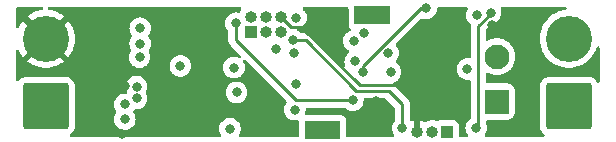
<source format=gbr>
G04 #@! TF.GenerationSoftware,KiCad,Pcbnew,(6.0.0)*
G04 #@! TF.CreationDate,2022-01-12T16:05:06+03:00*
G04 #@! TF.ProjectId,svet,73766574-2e6b-4696-9361-645f70636258,rev?*
G04 #@! TF.SameCoordinates,Original*
G04 #@! TF.FileFunction,Copper,L3,Inr*
G04 #@! TF.FilePolarity,Positive*
%FSLAX46Y46*%
G04 Gerber Fmt 4.6, Leading zero omitted, Abs format (unit mm)*
G04 Created by KiCad (PCBNEW (6.0.0)) date 2022-01-12 16:05:06*
%MOMM*%
%LPD*%
G01*
G04 APERTURE LIST*
G04 Aperture macros list*
%AMRoundRect*
0 Rectangle with rounded corners*
0 $1 Rounding radius*
0 $2 $3 $4 $5 $6 $7 $8 $9 X,Y pos of 4 corners*
0 Add a 4 corners polygon primitive as box body*
4,1,4,$2,$3,$4,$5,$6,$7,$8,$9,$2,$3,0*
0 Add four circle primitives for the rounded corners*
1,1,$1+$1,$2,$3*
1,1,$1+$1,$4,$5*
1,1,$1+$1,$6,$7*
1,1,$1+$1,$8,$9*
0 Add four rect primitives between the rounded corners*
20,1,$1+$1,$2,$3,$4,$5,0*
20,1,$1+$1,$4,$5,$6,$7,0*
20,1,$1+$1,$6,$7,$8,$9,0*
20,1,$1+$1,$8,$9,$2,$3,0*%
G04 Aperture macros list end*
G04 #@! TA.AperFunction,ComponentPad*
%ADD10R,1.500000X1.500000*%
G04 #@! TD*
G04 #@! TA.AperFunction,ComponentPad*
%ADD11RoundRect,0.250002X1.699998X-1.699998X1.699998X1.699998X-1.699998X1.699998X-1.699998X-1.699998X0*%
G04 #@! TD*
G04 #@! TA.AperFunction,ComponentPad*
%ADD12C,3.900000*%
G04 #@! TD*
G04 #@! TA.AperFunction,ComponentPad*
%ADD13R,1.000000X1.000000*%
G04 #@! TD*
G04 #@! TA.AperFunction,ComponentPad*
%ADD14O,1.000000X1.000000*%
G04 #@! TD*
G04 #@! TA.AperFunction,ComponentPad*
%ADD15RoundRect,0.250001X0.799999X-0.799999X0.799999X0.799999X-0.799999X0.799999X-0.799999X-0.799999X0*%
G04 #@! TD*
G04 #@! TA.AperFunction,ComponentPad*
%ADD16C,2.100000*%
G04 #@! TD*
G04 #@! TA.AperFunction,ViaPad*
%ADD17C,0.800000*%
G04 #@! TD*
G04 #@! TA.AperFunction,Conductor*
%ADD18C,0.250000*%
G04 #@! TD*
G04 APERTURE END LIST*
D10*
G04 #@! TO.N,/SENS-2*
G04 #@! TO.C,J4*
X113700000Y-54199200D03*
X115200000Y-54199200D03*
G04 #@! TD*
G04 #@! TO.N,/SENS-1*
G04 #@! TO.C,J3*
X109500000Y-63900000D03*
X111000000Y-63900000D03*
G04 #@! TD*
D11*
G04 #@! TO.N,/5V-OUT*
G04 #@! TO.C,J1*
X131100000Y-61915000D03*
D12*
G04 #@! TO.N,/0V-OUT*
X131100000Y-56200000D03*
G04 #@! TD*
D13*
G04 #@! TO.N,/SDA*
G04 #@! TO.C,J5*
X120770000Y-64100000D03*
D14*
G04 #@! TO.N,/SCL*
X119500000Y-64100000D03*
G04 #@! TO.N,0*
X118230000Y-64100000D03*
G04 #@! TD*
D11*
G04 #@! TO.N,/5V-IN*
G04 #@! TO.C,J7*
X86800000Y-61915000D03*
D12*
G04 #@! TO.N,0*
X86800000Y-56200000D03*
G04 #@! TD*
D15*
G04 #@! TO.N,/DIN*
G04 #@! TO.C,J6*
X125000000Y-61510000D03*
D16*
X125000000Y-57700000D03*
G04 #@! TD*
D13*
G04 #@! TO.N,/MISO*
G04 #@! TO.C,J2*
X104160000Y-55600000D03*
D14*
G04 #@! TO.N,+5V*
X104160000Y-54330000D03*
G04 #@! TO.N,/SCK*
X105430000Y-55600000D03*
G04 #@! TO.N,/MOSI*
X105430000Y-54330000D03*
G04 #@! TO.N,/RESET*
X106700000Y-55600000D03*
G04 #@! TO.N,0*
X106700000Y-54330000D03*
G04 #@! TD*
D17*
G04 #@! TO.N,+5V*
X102400000Y-63800000D03*
X113750000Y-55750000D03*
X113012299Y-58112299D03*
G04 #@! TO.N,0*
X124600000Y-55000000D03*
X93500000Y-60200000D03*
X114750000Y-61500000D03*
X93250000Y-64250000D03*
G04 #@! TO.N,Net-(D2-Pad1)*
X108000000Y-60000000D03*
G04 #@! TO.N,Net-(C4-Pad1)*
X107900000Y-62200000D03*
G04 #@! TO.N,/RESET*
X102741907Y-58635072D03*
G04 #@! TO.N,/DIN*
X106300000Y-57100000D03*
G04 #@! TO.N,/MOSI*
X102900000Y-54875500D03*
X112800000Y-61400000D03*
G04 #@! TO.N,/MISO*
X94800000Y-55300000D03*
G04 #@! TO.N,Net-(U1-Pad13)*
X93500000Y-63000000D03*
G04 #@! TO.N,/\u0418\u0417\u041C*
X123250000Y-63750000D03*
X94750000Y-57750000D03*
X124467902Y-54009265D03*
G04 #@! TO.N,Net-(C7-Pad1)*
X107700000Y-56300000D03*
X117000000Y-63750000D03*
G04 #@! TO.N,Net-(C7-Pad2)*
X112887701Y-56375500D03*
G04 #@! TO.N,Net-(R1-Pad2)*
X115800000Y-57400000D03*
G04 #@! TO.N,/SCL*
X98200000Y-58500000D03*
G04 #@! TO.N,/SCK*
X94800000Y-56608712D03*
G04 #@! TO.N,Net-(R10-Pad2)*
X113700000Y-59024500D03*
X119000000Y-53619886D03*
G04 #@! TO.N,Net-(C5-Pad1)*
X102962299Y-60737701D03*
G04 #@! TO.N,Net-(D3-Pad1)*
X93500000Y-61750000D03*
G04 #@! TO.N,/\u0418\u041C\u041F*
X116000000Y-59000000D03*
X107800000Y-57400000D03*
G04 #@! TO.N,Net-(R3-Pad1)*
X94500000Y-60250000D03*
X108000000Y-54400000D03*
G04 #@! TO.N,Net-(R3-Pad2)*
X94500000Y-61250000D03*
G04 #@! TO.N,/SENS-2*
X122500000Y-58750000D03*
X123300000Y-54200000D03*
G04 #@! TD*
D18*
G04 #@! TO.N,0*
X108450000Y-55200000D02*
X113400480Y-60150480D01*
X106700000Y-54330000D02*
X107570000Y-55200000D01*
X107570000Y-55200000D02*
X108450000Y-55200000D01*
X118230000Y-61230000D02*
X118230000Y-64100000D01*
X117150480Y-60150480D02*
X118230000Y-61230000D01*
X113400480Y-60150480D02*
X117150480Y-60150480D01*
G04 #@! TO.N,/MOSI*
X112800000Y-61400000D02*
X108000000Y-61400000D01*
X102900000Y-56300000D02*
X102900000Y-54875500D01*
X108000000Y-61400000D02*
X102900000Y-56300000D01*
G04 #@! TO.N,/\u0418\u0417\u041C*
X123424511Y-63575489D02*
X123424511Y-55150875D01*
X123424511Y-55150875D02*
X124467902Y-54107484D01*
X123250000Y-63750000D02*
X123424511Y-63575489D01*
X124467902Y-54107484D02*
X124467902Y-54009265D01*
G04 #@! TO.N,Net-(C7-Pad1)*
X115850000Y-60600000D02*
X117000000Y-61750000D01*
X117000000Y-61750000D02*
X117000000Y-63750000D01*
X113100000Y-60600000D02*
X115850000Y-60600000D01*
X107700000Y-56300000D02*
X108800000Y-56300000D01*
X108800000Y-56300000D02*
X113100000Y-60600000D01*
G04 #@! TO.N,Net-(R10-Pad2)*
X113700000Y-58475386D02*
X113700000Y-59024500D01*
X113700000Y-58475386D02*
X118555500Y-53619886D01*
X118555500Y-53619886D02*
X119000000Y-53619886D01*
G04 #@! TD*
G04 #@! TA.AperFunction,Conductor*
G04 #@! TO.N,0*
G36*
X86563068Y-53528002D02*
G01*
X86609561Y-53581658D01*
X86619665Y-53651932D01*
X86590171Y-53716512D01*
X86530445Y-53754896D01*
X86510739Y-53759006D01*
X86342438Y-53780267D01*
X86334667Y-53781750D01*
X86042776Y-53856694D01*
X86035251Y-53859139D01*
X85755038Y-53970084D01*
X85747903Y-53973441D01*
X85483807Y-54118630D01*
X85477125Y-54122870D01*
X85262973Y-54278460D01*
X85254550Y-54289383D01*
X85261454Y-54302244D01*
X86787188Y-55827978D01*
X86801132Y-55835592D01*
X86802965Y-55835461D01*
X86809580Y-55831210D01*
X88338870Y-54301920D01*
X88345483Y-54289809D01*
X88336656Y-54278191D01*
X88122875Y-54122870D01*
X88116193Y-54118630D01*
X87852097Y-53973441D01*
X87844962Y-53970084D01*
X87564749Y-53859139D01*
X87557224Y-53856694D01*
X87265333Y-53781750D01*
X87257562Y-53780267D01*
X87089261Y-53759006D01*
X87024184Y-53730624D01*
X86984783Y-53671565D01*
X86983566Y-53600579D01*
X87020921Y-53540203D01*
X87084987Y-53509608D01*
X87105053Y-53508000D01*
X103262973Y-53508000D01*
X103331094Y-53528002D01*
X103377587Y-53581658D01*
X103387691Y-53651932D01*
X103359495Y-53714989D01*
X103323846Y-53757474D01*
X103320876Y-53762877D01*
X103320873Y-53762881D01*
X103231436Y-53925568D01*
X103181091Y-53975627D01*
X103111674Y-53990521D01*
X103094826Y-53988115D01*
X103072794Y-53983432D01*
X103001944Y-53968372D01*
X103001939Y-53968372D01*
X102995487Y-53967000D01*
X102804513Y-53967000D01*
X102798061Y-53968372D01*
X102798056Y-53968372D01*
X102711113Y-53986853D01*
X102617712Y-54006706D01*
X102611682Y-54009391D01*
X102611681Y-54009391D01*
X102449278Y-54081697D01*
X102449276Y-54081698D01*
X102443248Y-54084382D01*
X102288747Y-54196634D01*
X102284326Y-54201544D01*
X102284325Y-54201545D01*
X102196800Y-54298752D01*
X102160960Y-54338556D01*
X102133254Y-54386544D01*
X102073494Y-54490052D01*
X102065473Y-54503944D01*
X102006458Y-54685572D01*
X102005768Y-54692133D01*
X102005768Y-54692135D01*
X101999117Y-54755417D01*
X101986496Y-54875500D01*
X101987186Y-54882065D01*
X102001353Y-55016853D01*
X102006458Y-55065428D01*
X102065473Y-55247056D01*
X102068776Y-55252778D01*
X102068777Y-55252779D01*
X102092100Y-55293176D01*
X102160960Y-55412444D01*
X102234137Y-55493715D01*
X102264853Y-55557721D01*
X102266500Y-55578024D01*
X102266500Y-56221233D01*
X102265973Y-56232416D01*
X102264298Y-56239909D01*
X102264547Y-56247835D01*
X102264547Y-56247836D01*
X102266438Y-56307986D01*
X102266500Y-56311945D01*
X102266500Y-56339856D01*
X102266997Y-56343790D01*
X102266997Y-56343791D01*
X102267005Y-56343856D01*
X102267938Y-56355693D01*
X102269327Y-56399889D01*
X102274978Y-56419339D01*
X102278987Y-56438700D01*
X102281526Y-56458797D01*
X102284445Y-56466168D01*
X102284445Y-56466170D01*
X102297804Y-56499912D01*
X102301649Y-56511142D01*
X102310358Y-56541118D01*
X102313982Y-56553593D01*
X102318015Y-56560412D01*
X102318017Y-56560417D01*
X102324293Y-56571028D01*
X102332988Y-56588776D01*
X102340448Y-56607617D01*
X102345110Y-56614033D01*
X102345110Y-56614034D01*
X102366436Y-56643387D01*
X102372952Y-56653307D01*
X102395458Y-56691362D01*
X102409779Y-56705683D01*
X102422619Y-56720716D01*
X102434528Y-56737107D01*
X102453470Y-56752777D01*
X102468605Y-56765298D01*
X102477384Y-56773288D01*
X103350467Y-57646371D01*
X103384493Y-57708683D01*
X103379428Y-57779498D01*
X103336881Y-57836334D01*
X103270361Y-57861145D01*
X103200062Y-57844973D01*
X103198659Y-57843954D01*
X103192631Y-57841270D01*
X103192629Y-57841269D01*
X103030226Y-57768963D01*
X103030225Y-57768963D01*
X103024195Y-57766278D01*
X102916728Y-57743435D01*
X102843851Y-57727944D01*
X102843846Y-57727944D01*
X102837394Y-57726572D01*
X102646420Y-57726572D01*
X102639968Y-57727944D01*
X102639963Y-57727944D01*
X102567086Y-57743435D01*
X102459619Y-57766278D01*
X102453589Y-57768963D01*
X102453588Y-57768963D01*
X102291185Y-57841269D01*
X102291183Y-57841270D01*
X102285155Y-57843954D01*
X102279814Y-57847834D01*
X102279813Y-57847835D01*
X102273833Y-57852180D01*
X102130654Y-57956206D01*
X102126233Y-57961116D01*
X102126232Y-57961117D01*
X102020211Y-58078866D01*
X102002867Y-58098128D01*
X101907380Y-58263516D01*
X101848365Y-58445144D01*
X101847675Y-58451705D01*
X101847675Y-58451707D01*
X101836904Y-58554193D01*
X101828403Y-58635072D01*
X101829093Y-58641637D01*
X101846646Y-58808641D01*
X101848365Y-58825000D01*
X101907380Y-59006628D01*
X102002867Y-59172016D01*
X102007285Y-59176923D01*
X102007286Y-59176924D01*
X102106612Y-59287237D01*
X102130654Y-59313938D01*
X102147318Y-59326045D01*
X102258919Y-59407128D01*
X102285155Y-59426190D01*
X102291183Y-59428874D01*
X102291185Y-59428875D01*
X102382777Y-59469654D01*
X102459619Y-59503866D01*
X102540849Y-59521132D01*
X102639963Y-59542200D01*
X102639968Y-59542200D01*
X102646420Y-59543572D01*
X102837394Y-59543572D01*
X102843846Y-59542200D01*
X102843851Y-59542200D01*
X102942965Y-59521132D01*
X103024195Y-59503866D01*
X103101037Y-59469654D01*
X103192629Y-59428875D01*
X103192631Y-59428874D01*
X103198659Y-59426190D01*
X103224896Y-59407128D01*
X103336496Y-59326045D01*
X103353160Y-59313938D01*
X103377202Y-59287237D01*
X103476528Y-59176924D01*
X103476529Y-59176923D01*
X103480947Y-59172016D01*
X103576434Y-59006628D01*
X103635449Y-58825000D01*
X103637169Y-58808641D01*
X103654721Y-58641637D01*
X103655411Y-58635072D01*
X103646910Y-58554193D01*
X103636139Y-58451707D01*
X103636139Y-58451705D01*
X103635449Y-58445144D01*
X103576434Y-58263516D01*
X103520606Y-58166819D01*
X103503868Y-58097824D01*
X103527088Y-58030732D01*
X103582896Y-57986845D01*
X103653571Y-57980096D01*
X103718820Y-58014724D01*
X107174105Y-61470009D01*
X107208131Y-61532321D01*
X107203066Y-61603136D01*
X107178648Y-61643411D01*
X107160960Y-61663056D01*
X107133774Y-61710144D01*
X107076069Y-61810092D01*
X107065473Y-61828444D01*
X107006458Y-62010072D01*
X107005768Y-62016633D01*
X107005768Y-62016635D01*
X106998820Y-62082745D01*
X106986496Y-62200000D01*
X106987186Y-62206565D01*
X107003691Y-62363598D01*
X107006458Y-62389928D01*
X107065473Y-62571556D01*
X107160960Y-62736944D01*
X107165378Y-62741851D01*
X107165379Y-62741852D01*
X107207366Y-62788483D01*
X107288747Y-62878866D01*
X107333943Y-62911703D01*
X107406513Y-62964428D01*
X107443248Y-62991118D01*
X107449276Y-62993802D01*
X107449278Y-62993803D01*
X107611681Y-63066109D01*
X107617712Y-63068794D01*
X107711112Y-63088647D01*
X107798056Y-63107128D01*
X107798061Y-63107128D01*
X107804513Y-63108500D01*
X107995487Y-63108500D01*
X108001939Y-63107128D01*
X108001944Y-63107128D01*
X108089303Y-63088559D01*
X108160094Y-63093961D01*
X108216727Y-63136778D01*
X108241220Y-63203416D01*
X108241500Y-63211806D01*
X108241500Y-64366000D01*
X108221498Y-64434121D01*
X108167842Y-64480614D01*
X108115500Y-64492000D01*
X103267757Y-64492000D01*
X103199636Y-64471998D01*
X103153143Y-64418342D01*
X103143039Y-64348068D01*
X103158638Y-64303000D01*
X103231223Y-64177279D01*
X103231224Y-64177278D01*
X103234527Y-64171556D01*
X103293542Y-63989928D01*
X103298373Y-63943969D01*
X103312814Y-63806565D01*
X103313504Y-63800000D01*
X103307559Y-63743435D01*
X103294232Y-63616635D01*
X103294232Y-63616633D01*
X103293542Y-63610072D01*
X103234527Y-63428444D01*
X103139040Y-63263056D01*
X103099169Y-63218774D01*
X103015675Y-63126045D01*
X103015674Y-63126044D01*
X103011253Y-63121134D01*
X102856752Y-63008882D01*
X102850724Y-63006198D01*
X102850722Y-63006197D01*
X102688319Y-62933891D01*
X102688318Y-62933891D01*
X102682288Y-62931206D01*
X102575362Y-62908478D01*
X102501944Y-62892872D01*
X102501939Y-62892872D01*
X102495487Y-62891500D01*
X102304513Y-62891500D01*
X102298061Y-62892872D01*
X102298056Y-62892872D01*
X102224638Y-62908478D01*
X102117712Y-62931206D01*
X102111682Y-62933891D01*
X102111681Y-62933891D01*
X101949278Y-63006197D01*
X101949276Y-63006198D01*
X101943248Y-63008882D01*
X101788747Y-63121134D01*
X101784326Y-63126044D01*
X101784325Y-63126045D01*
X101700832Y-63218774D01*
X101660960Y-63263056D01*
X101565473Y-63428444D01*
X101506458Y-63610072D01*
X101505768Y-63616633D01*
X101505768Y-63616635D01*
X101492441Y-63743435D01*
X101486496Y-63800000D01*
X101487186Y-63806565D01*
X101501628Y-63943969D01*
X101506458Y-63989928D01*
X101565473Y-64171556D01*
X101568776Y-64177278D01*
X101568777Y-64177279D01*
X101641362Y-64303000D01*
X101658100Y-64371995D01*
X101634879Y-64439087D01*
X101579072Y-64482974D01*
X101532243Y-64492000D01*
X88967320Y-64492000D01*
X88899199Y-64471998D01*
X88852706Y-64418342D01*
X88842602Y-64348068D01*
X88872096Y-64283488D01*
X88901017Y-64258856D01*
X88901205Y-64258740D01*
X88974347Y-64213478D01*
X89099305Y-64088302D01*
X89192114Y-63937737D01*
X89247797Y-63769860D01*
X89249160Y-63756565D01*
X89257623Y-63673955D01*
X89258500Y-63665399D01*
X89258500Y-63000000D01*
X92586496Y-63000000D01*
X92587186Y-63006565D01*
X92604568Y-63171942D01*
X92606458Y-63189928D01*
X92665473Y-63371556D01*
X92760960Y-63536944D01*
X92765378Y-63541851D01*
X92765379Y-63541852D01*
X92787694Y-63566635D01*
X92888747Y-63678866D01*
X93043248Y-63791118D01*
X93049276Y-63793802D01*
X93049278Y-63793803D01*
X93211681Y-63866109D01*
X93217712Y-63868794D01*
X93311112Y-63888647D01*
X93398056Y-63907128D01*
X93398061Y-63907128D01*
X93404513Y-63908500D01*
X93595487Y-63908500D01*
X93601939Y-63907128D01*
X93601944Y-63907128D01*
X93688888Y-63888647D01*
X93782288Y-63868794D01*
X93788319Y-63866109D01*
X93950722Y-63793803D01*
X93950724Y-63793802D01*
X93956752Y-63791118D01*
X94111253Y-63678866D01*
X94212306Y-63566635D01*
X94234621Y-63541852D01*
X94234622Y-63541851D01*
X94239040Y-63536944D01*
X94334527Y-63371556D01*
X94393542Y-63189928D01*
X94395433Y-63171942D01*
X94412814Y-63006565D01*
X94413504Y-63000000D01*
X94401181Y-62882749D01*
X94394232Y-62816635D01*
X94394232Y-62816633D01*
X94393542Y-62810072D01*
X94334527Y-62628444D01*
X94239040Y-62463056D01*
X94234620Y-62458148D01*
X94230741Y-62452808D01*
X94232080Y-62451835D01*
X94204950Y-62395304D01*
X94213713Y-62324851D01*
X94231250Y-62297562D01*
X94230741Y-62297192D01*
X94234621Y-62291852D01*
X94239040Y-62286944D01*
X94277888Y-62219658D01*
X94329270Y-62170666D01*
X94399606Y-62157457D01*
X94404513Y-62158500D01*
X94595487Y-62158500D01*
X94601939Y-62157128D01*
X94601944Y-62157128D01*
X94688888Y-62138647D01*
X94782288Y-62118794D01*
X94863256Y-62082745D01*
X94950722Y-62043803D01*
X94950724Y-62043802D01*
X94956752Y-62041118D01*
X95111253Y-61928866D01*
X95212060Y-61816908D01*
X95234621Y-61791852D01*
X95234622Y-61791851D01*
X95239040Y-61786944D01*
X95322439Y-61642493D01*
X95331223Y-61627279D01*
X95331224Y-61627278D01*
X95334527Y-61621556D01*
X95393542Y-61439928D01*
X95395998Y-61416567D01*
X95412814Y-61256565D01*
X95413504Y-61250000D01*
X95399313Y-61114980D01*
X95394232Y-61066635D01*
X95394232Y-61066633D01*
X95393542Y-61060072D01*
X95334527Y-60878444D01*
X95313198Y-60841500D01*
X95296743Y-60813000D01*
X95280005Y-60744005D01*
X95281856Y-60737701D01*
X102048795Y-60737701D01*
X102049485Y-60744266D01*
X102063734Y-60879834D01*
X102068757Y-60927629D01*
X102127772Y-61109257D01*
X102223259Y-61274645D01*
X102227677Y-61279552D01*
X102227678Y-61279553D01*
X102305032Y-61365463D01*
X102351046Y-61416567D01*
X102505547Y-61528819D01*
X102511575Y-61531503D01*
X102511577Y-61531504D01*
X102673980Y-61603810D01*
X102680011Y-61606495D01*
X102773411Y-61626348D01*
X102860355Y-61644829D01*
X102860360Y-61644829D01*
X102866812Y-61646201D01*
X103057786Y-61646201D01*
X103064238Y-61644829D01*
X103064243Y-61644829D01*
X103151187Y-61626348D01*
X103244587Y-61606495D01*
X103250618Y-61603810D01*
X103413021Y-61531504D01*
X103413023Y-61531503D01*
X103419051Y-61528819D01*
X103573552Y-61416567D01*
X103619566Y-61365463D01*
X103696920Y-61279553D01*
X103696921Y-61279552D01*
X103701339Y-61274645D01*
X103796826Y-61109257D01*
X103855841Y-60927629D01*
X103860865Y-60879834D01*
X103875113Y-60744266D01*
X103875803Y-60737701D01*
X103855841Y-60547773D01*
X103796826Y-60366145D01*
X103701339Y-60200757D01*
X103694339Y-60192982D01*
X103577974Y-60063746D01*
X103577973Y-60063745D01*
X103573552Y-60058835D01*
X103439585Y-59961502D01*
X103424393Y-59950464D01*
X103424392Y-59950463D01*
X103419051Y-59946583D01*
X103413023Y-59943899D01*
X103413021Y-59943898D01*
X103250618Y-59871592D01*
X103250617Y-59871592D01*
X103244587Y-59868907D01*
X103151186Y-59849054D01*
X103064243Y-59830573D01*
X103064238Y-59830573D01*
X103057786Y-59829201D01*
X102866812Y-59829201D01*
X102860360Y-59830573D01*
X102860355Y-59830573D01*
X102773412Y-59849054D01*
X102680011Y-59868907D01*
X102673981Y-59871592D01*
X102673980Y-59871592D01*
X102511577Y-59943898D01*
X102511575Y-59943899D01*
X102505547Y-59946583D01*
X102500206Y-59950463D01*
X102500205Y-59950464D01*
X102485013Y-59961502D01*
X102351046Y-60058835D01*
X102346625Y-60063745D01*
X102346624Y-60063746D01*
X102230260Y-60192982D01*
X102223259Y-60200757D01*
X102127772Y-60366145D01*
X102068757Y-60547773D01*
X102048795Y-60737701D01*
X95281856Y-60737701D01*
X95296743Y-60687000D01*
X95331223Y-60627279D01*
X95331224Y-60627278D01*
X95334527Y-60621556D01*
X95393542Y-60439928D01*
X95413504Y-60250000D01*
X95406941Y-60187557D01*
X95394232Y-60066635D01*
X95394232Y-60066633D01*
X95393542Y-60060072D01*
X95334527Y-59878444D01*
X95319819Y-59852968D01*
X95284109Y-59791118D01*
X95239040Y-59713056D01*
X95233812Y-59707249D01*
X95115675Y-59576045D01*
X95115674Y-59576044D01*
X95111253Y-59571134D01*
X95012157Y-59499136D01*
X94962094Y-59462763D01*
X94962093Y-59462762D01*
X94956752Y-59458882D01*
X94950724Y-59456198D01*
X94950722Y-59456197D01*
X94788319Y-59383891D01*
X94788318Y-59383891D01*
X94782288Y-59381206D01*
X94688888Y-59361353D01*
X94601944Y-59342872D01*
X94601939Y-59342872D01*
X94595487Y-59341500D01*
X94404513Y-59341500D01*
X94398061Y-59342872D01*
X94398056Y-59342872D01*
X94311112Y-59361353D01*
X94217712Y-59381206D01*
X94211682Y-59383891D01*
X94211681Y-59383891D01*
X94049278Y-59456197D01*
X94049276Y-59456198D01*
X94043248Y-59458882D01*
X94037907Y-59462762D01*
X94037906Y-59462763D01*
X93987843Y-59499136D01*
X93888747Y-59571134D01*
X93884326Y-59576044D01*
X93884325Y-59576045D01*
X93766189Y-59707249D01*
X93760960Y-59713056D01*
X93715891Y-59791118D01*
X93680182Y-59852968D01*
X93665473Y-59878444D01*
X93606458Y-60060072D01*
X93605768Y-60066633D01*
X93605768Y-60066635D01*
X93593059Y-60187557D01*
X93586496Y-60250000D01*
X93606458Y-60439928D01*
X93665473Y-60621556D01*
X93681914Y-60650033D01*
X93683339Y-60652501D01*
X93700076Y-60721497D01*
X93676855Y-60788588D01*
X93621047Y-60832475D01*
X93574219Y-60841500D01*
X93404513Y-60841500D01*
X93398061Y-60842872D01*
X93398056Y-60842872D01*
X93311112Y-60861353D01*
X93217712Y-60881206D01*
X93211682Y-60883891D01*
X93211681Y-60883891D01*
X93049278Y-60956197D01*
X93049276Y-60956198D01*
X93043248Y-60958882D01*
X92888747Y-61071134D01*
X92760960Y-61213056D01*
X92725402Y-61274645D01*
X92672968Y-61365463D01*
X92665473Y-61378444D01*
X92606458Y-61560072D01*
X92605768Y-61566633D01*
X92605768Y-61566635D01*
X92596995Y-61650111D01*
X92586496Y-61750000D01*
X92606458Y-61939928D01*
X92665473Y-62121556D01*
X92668776Y-62127278D01*
X92668777Y-62127279D01*
X92686139Y-62157350D01*
X92760960Y-62286944D01*
X92765380Y-62291852D01*
X92769259Y-62297192D01*
X92767920Y-62298165D01*
X92795050Y-62354696D01*
X92786287Y-62425149D01*
X92768750Y-62452438D01*
X92769259Y-62452808D01*
X92765380Y-62458148D01*
X92760960Y-62463056D01*
X92665473Y-62628444D01*
X92606458Y-62810072D01*
X92605768Y-62816633D01*
X92605768Y-62816635D01*
X92598819Y-62882749D01*
X92586496Y-63000000D01*
X89258500Y-63000000D01*
X89258499Y-60164602D01*
X89247526Y-60058835D01*
X89223500Y-59986819D01*
X89193868Y-59898003D01*
X89191550Y-59891055D01*
X89098478Y-59740653D01*
X88973302Y-59615695D01*
X88822737Y-59522886D01*
X88654860Y-59467203D01*
X88648027Y-59466503D01*
X88648023Y-59466502D01*
X88592147Y-59460778D01*
X88550399Y-59456500D01*
X86813498Y-59456500D01*
X85049602Y-59456501D01*
X84943835Y-59467474D01*
X84937302Y-59469654D01*
X84937300Y-59469654D01*
X84842803Y-59501181D01*
X84776055Y-59523450D01*
X84625653Y-59616522D01*
X84528571Y-59713774D01*
X84515173Y-59727195D01*
X84452891Y-59761274D01*
X84382071Y-59756271D01*
X84325198Y-59713774D01*
X84300329Y-59647275D01*
X84300000Y-59638177D01*
X84300000Y-58110191D01*
X85254517Y-58110191D01*
X85263344Y-58121809D01*
X85477125Y-58277130D01*
X85483807Y-58281370D01*
X85747903Y-58426559D01*
X85755038Y-58429916D01*
X86035251Y-58540861D01*
X86042776Y-58543306D01*
X86334667Y-58618250D01*
X86342438Y-58619733D01*
X86641425Y-58657503D01*
X86649315Y-58658000D01*
X86950685Y-58658000D01*
X86958575Y-58657503D01*
X87257562Y-58619733D01*
X87265333Y-58618250D01*
X87557224Y-58543306D01*
X87564749Y-58540861D01*
X87844962Y-58429916D01*
X87852097Y-58426559D01*
X88116193Y-58281370D01*
X88122875Y-58277130D01*
X88337027Y-58121540D01*
X88345450Y-58110617D01*
X88338546Y-58097756D01*
X87990790Y-57750000D01*
X93836496Y-57750000D01*
X93837186Y-57756565D01*
X93850500Y-57883236D01*
X93856458Y-57939928D01*
X93915473Y-58121556D01*
X93918776Y-58127278D01*
X93918777Y-58127279D01*
X93939696Y-58163511D01*
X94010960Y-58286944D01*
X94015378Y-58291851D01*
X94015379Y-58291852D01*
X94082605Y-58366514D01*
X94138747Y-58428866D01*
X94214433Y-58483855D01*
X94260777Y-58517526D01*
X94293248Y-58541118D01*
X94299276Y-58543802D01*
X94299278Y-58543803D01*
X94458449Y-58614670D01*
X94467712Y-58618794D01*
X94542680Y-58634729D01*
X94648056Y-58657128D01*
X94648061Y-58657128D01*
X94654513Y-58658500D01*
X94845487Y-58658500D01*
X94851939Y-58657128D01*
X94851944Y-58657128D01*
X94957320Y-58634729D01*
X95032288Y-58618794D01*
X95041551Y-58614670D01*
X95200722Y-58543803D01*
X95200724Y-58543802D01*
X95206752Y-58541118D01*
X95239224Y-58517526D01*
X95263346Y-58500000D01*
X97286496Y-58500000D01*
X97287186Y-58506565D01*
X97303103Y-58658003D01*
X97306458Y-58689928D01*
X97365473Y-58871556D01*
X97460960Y-59036944D01*
X97465378Y-59041851D01*
X97465379Y-59041852D01*
X97537145Y-59121556D01*
X97588747Y-59178866D01*
X97743248Y-59291118D01*
X97749276Y-59293802D01*
X97749278Y-59293803D01*
X97856408Y-59341500D01*
X97917712Y-59368794D01*
X98011112Y-59388647D01*
X98098056Y-59407128D01*
X98098061Y-59407128D01*
X98104513Y-59408500D01*
X98295487Y-59408500D01*
X98301939Y-59407128D01*
X98301944Y-59407128D01*
X98388888Y-59388647D01*
X98482288Y-59368794D01*
X98543592Y-59341500D01*
X98650722Y-59293803D01*
X98650724Y-59293802D01*
X98656752Y-59291118D01*
X98811253Y-59178866D01*
X98862855Y-59121556D01*
X98934621Y-59041852D01*
X98934622Y-59041851D01*
X98939040Y-59036944D01*
X99034527Y-58871556D01*
X99093542Y-58689928D01*
X99096898Y-58658003D01*
X99112814Y-58506565D01*
X99113504Y-58500000D01*
X99108428Y-58451707D01*
X99094232Y-58316635D01*
X99094232Y-58316633D01*
X99093542Y-58310072D01*
X99034527Y-58128444D01*
X99016849Y-58097824D01*
X98978113Y-58030732D01*
X98939040Y-57963056D01*
X98922384Y-57944557D01*
X98815675Y-57826045D01*
X98815674Y-57826044D01*
X98811253Y-57821134D01*
X98696176Y-57737525D01*
X98662094Y-57712763D01*
X98662093Y-57712762D01*
X98656752Y-57708882D01*
X98650724Y-57706198D01*
X98650722Y-57706197D01*
X98488319Y-57633891D01*
X98488318Y-57633891D01*
X98482288Y-57631206D01*
X98388887Y-57611353D01*
X98301944Y-57592872D01*
X98301939Y-57592872D01*
X98295487Y-57591500D01*
X98104513Y-57591500D01*
X98098061Y-57592872D01*
X98098056Y-57592872D01*
X98011113Y-57611353D01*
X97917712Y-57631206D01*
X97911682Y-57633891D01*
X97911681Y-57633891D01*
X97749278Y-57706197D01*
X97749276Y-57706198D01*
X97743248Y-57708882D01*
X97737907Y-57712762D01*
X97737906Y-57712763D01*
X97703824Y-57737525D01*
X97588747Y-57821134D01*
X97584326Y-57826044D01*
X97584325Y-57826045D01*
X97477617Y-57944557D01*
X97460960Y-57963056D01*
X97421887Y-58030732D01*
X97383152Y-58097824D01*
X97365473Y-58128444D01*
X97306458Y-58310072D01*
X97305768Y-58316633D01*
X97305768Y-58316635D01*
X97291572Y-58451707D01*
X97286496Y-58500000D01*
X95263346Y-58500000D01*
X95285567Y-58483855D01*
X95361253Y-58428866D01*
X95417395Y-58366514D01*
X95484621Y-58291852D01*
X95484622Y-58291851D01*
X95489040Y-58286944D01*
X95560304Y-58163511D01*
X95581223Y-58127279D01*
X95581224Y-58127278D01*
X95584527Y-58121556D01*
X95643542Y-57939928D01*
X95649501Y-57883236D01*
X95662814Y-57756565D01*
X95663504Y-57750000D01*
X95659182Y-57708882D01*
X95644232Y-57566635D01*
X95644232Y-57566633D01*
X95643542Y-57560072D01*
X95584527Y-57378444D01*
X95552986Y-57323813D01*
X95530032Y-57284055D01*
X95513294Y-57215059D01*
X95536816Y-57148126D01*
X95539040Y-57145656D01*
X95545421Y-57134605D01*
X95631223Y-56985991D01*
X95631224Y-56985990D01*
X95634527Y-56980268D01*
X95693542Y-56798640D01*
X95696568Y-56769854D01*
X95712814Y-56615277D01*
X95713504Y-56608712D01*
X95704494Y-56522986D01*
X95694232Y-56425347D01*
X95694232Y-56425345D01*
X95693542Y-56418784D01*
X95634527Y-56237156D01*
X95613729Y-56201132D01*
X95567785Y-56121556D01*
X95539040Y-56071768D01*
X95509235Y-56038666D01*
X95478517Y-55974659D01*
X95487282Y-55904205D01*
X95509235Y-55870046D01*
X95534621Y-55841852D01*
X95534622Y-55841851D01*
X95539040Y-55836944D01*
X95602168Y-55727604D01*
X95631223Y-55677279D01*
X95631224Y-55677278D01*
X95634527Y-55671556D01*
X95693542Y-55489928D01*
X95697329Y-55453902D01*
X95712814Y-55306565D01*
X95713504Y-55300000D01*
X95701595Y-55186694D01*
X95694232Y-55116635D01*
X95694232Y-55116633D01*
X95693542Y-55110072D01*
X95634527Y-54928444D01*
X95628362Y-54917765D01*
X95558350Y-54796502D01*
X95539040Y-54763056D01*
X95467156Y-54683220D01*
X95415675Y-54626045D01*
X95415674Y-54626044D01*
X95411253Y-54621134D01*
X95283597Y-54528386D01*
X95262094Y-54512763D01*
X95262093Y-54512762D01*
X95256752Y-54508882D01*
X95250724Y-54506198D01*
X95250722Y-54506197D01*
X95088319Y-54433891D01*
X95088318Y-54433891D01*
X95082288Y-54431206D01*
X94987246Y-54411004D01*
X94901944Y-54392872D01*
X94901939Y-54392872D01*
X94895487Y-54391500D01*
X94704513Y-54391500D01*
X94698061Y-54392872D01*
X94698056Y-54392872D01*
X94612754Y-54411004D01*
X94517712Y-54431206D01*
X94511682Y-54433891D01*
X94511681Y-54433891D01*
X94349278Y-54506197D01*
X94349276Y-54506198D01*
X94343248Y-54508882D01*
X94337907Y-54512762D01*
X94337906Y-54512763D01*
X94316403Y-54528386D01*
X94188747Y-54621134D01*
X94184326Y-54626044D01*
X94184325Y-54626045D01*
X94132845Y-54683220D01*
X94060960Y-54763056D01*
X94041650Y-54796502D01*
X93971639Y-54917765D01*
X93965473Y-54928444D01*
X93906458Y-55110072D01*
X93905768Y-55116633D01*
X93905768Y-55116635D01*
X93898405Y-55186694D01*
X93886496Y-55300000D01*
X93887186Y-55306565D01*
X93902672Y-55453902D01*
X93906458Y-55489928D01*
X93965473Y-55671556D01*
X93968776Y-55677278D01*
X93968777Y-55677279D01*
X93997832Y-55727604D01*
X94060960Y-55836944D01*
X94065378Y-55841851D01*
X94065379Y-55841852D01*
X94090765Y-55870046D01*
X94121483Y-55934053D01*
X94112718Y-56004507D01*
X94090765Y-56038666D01*
X94060960Y-56071768D01*
X94032215Y-56121556D01*
X93986272Y-56201132D01*
X93965473Y-56237156D01*
X93906458Y-56418784D01*
X93905768Y-56425345D01*
X93905768Y-56425347D01*
X93895506Y-56522986D01*
X93886496Y-56608712D01*
X93887186Y-56615277D01*
X93903433Y-56769854D01*
X93906458Y-56798640D01*
X93965473Y-56980268D01*
X93968776Y-56985990D01*
X93968777Y-56985991D01*
X94019968Y-57074657D01*
X94036706Y-57143653D01*
X94013184Y-57210586D01*
X94010960Y-57213056D01*
X94007658Y-57218775D01*
X94007656Y-57218778D01*
X93948534Y-57321181D01*
X93915473Y-57378444D01*
X93856458Y-57560072D01*
X93855768Y-57566633D01*
X93855768Y-57566635D01*
X93840818Y-57708882D01*
X93836496Y-57750000D01*
X87990790Y-57750000D01*
X86812812Y-56572022D01*
X86798868Y-56564408D01*
X86797035Y-56564539D01*
X86790420Y-56568790D01*
X85261130Y-58098080D01*
X85254517Y-58110191D01*
X84300000Y-58110191D01*
X84300000Y-57223864D01*
X84320002Y-57155743D01*
X84373658Y-57109250D01*
X84443932Y-57099146D01*
X84508512Y-57128640D01*
X84540008Y-57170216D01*
X84640092Y-57382906D01*
X84643903Y-57389839D01*
X84805378Y-57644282D01*
X84810029Y-57650685D01*
X84880010Y-57735278D01*
X84892527Y-57743732D01*
X84903265Y-57737525D01*
X86427978Y-56212812D01*
X86434356Y-56201132D01*
X87164408Y-56201132D01*
X87164539Y-56202965D01*
X87168790Y-56209580D01*
X88695632Y-57736422D01*
X88708895Y-57743664D01*
X88718997Y-57736478D01*
X88789971Y-57650685D01*
X88794622Y-57644282D01*
X88956097Y-57389839D01*
X88959908Y-57382906D01*
X89088220Y-57110229D01*
X89091135Y-57102866D01*
X89184258Y-56816264D01*
X89186229Y-56808587D01*
X89242696Y-56512576D01*
X89243689Y-56504715D01*
X89262611Y-56203958D01*
X89262611Y-56196042D01*
X89243689Y-55895285D01*
X89242696Y-55887424D01*
X89186229Y-55591413D01*
X89184258Y-55583736D01*
X89091135Y-55297134D01*
X89088220Y-55289771D01*
X88959908Y-55017094D01*
X88956097Y-55010161D01*
X88794622Y-54755718D01*
X88789971Y-54749315D01*
X88719990Y-54664722D01*
X88707473Y-54656268D01*
X88696735Y-54662475D01*
X87172022Y-56187188D01*
X87164408Y-56201132D01*
X86434356Y-56201132D01*
X86435592Y-56198868D01*
X86435461Y-56197035D01*
X86431210Y-56190420D01*
X84904368Y-54663578D01*
X84891105Y-54656336D01*
X84881003Y-54663522D01*
X84810029Y-54749315D01*
X84805378Y-54755718D01*
X84643903Y-55010161D01*
X84640092Y-55017094D01*
X84540008Y-55229784D01*
X84492906Y-55282905D01*
X84424561Y-55302128D01*
X84356673Y-55281349D01*
X84310796Y-55227166D01*
X84300000Y-55176136D01*
X84300000Y-53634000D01*
X84320002Y-53565879D01*
X84373658Y-53519386D01*
X84426000Y-53508000D01*
X86494947Y-53508000D01*
X86563068Y-53528002D01*
G37*
G04 #@! TD.AperFunction*
G04 #@! TA.AperFunction,Conductor*
G36*
X115603527Y-61253502D02*
G01*
X115624501Y-61270405D01*
X116329595Y-61975499D01*
X116363621Y-62037811D01*
X116366500Y-62064594D01*
X116366500Y-63047476D01*
X116346498Y-63115597D01*
X116334142Y-63131779D01*
X116260960Y-63213056D01*
X116165473Y-63378444D01*
X116106458Y-63560072D01*
X116105768Y-63566633D01*
X116105768Y-63566635D01*
X116093972Y-63678866D01*
X116086496Y-63750000D01*
X116087186Y-63756565D01*
X116105563Y-63931409D01*
X116106458Y-63939928D01*
X116165473Y-64121556D01*
X116168776Y-64127278D01*
X116168777Y-64127279D01*
X116226929Y-64228000D01*
X116260960Y-64286944D01*
X116265383Y-64291857D01*
X116265441Y-64291936D01*
X116289301Y-64358804D01*
X116273223Y-64427956D01*
X116222310Y-64477437D01*
X116163507Y-64492000D01*
X112384500Y-64492000D01*
X112316379Y-64471998D01*
X112269886Y-64418342D01*
X112258500Y-64366000D01*
X112258500Y-63101866D01*
X112251745Y-63039684D01*
X112200615Y-62903295D01*
X112113261Y-62786739D01*
X111996705Y-62699385D01*
X111860316Y-62648255D01*
X111798134Y-62641500D01*
X108885225Y-62641500D01*
X108817104Y-62621498D01*
X108770611Y-62567842D01*
X108760507Y-62497568D01*
X108765392Y-62476564D01*
X108791502Y-62396206D01*
X108793542Y-62389928D01*
X108796310Y-62363598D01*
X108812814Y-62206565D01*
X108813504Y-62200000D01*
X108812814Y-62193432D01*
X108810632Y-62172669D01*
X108823405Y-62102831D01*
X108871908Y-62050985D01*
X108935942Y-62033500D01*
X112091800Y-62033500D01*
X112159921Y-62053502D01*
X112179147Y-62069843D01*
X112179420Y-62069540D01*
X112184332Y-62073963D01*
X112188747Y-62078866D01*
X112210329Y-62094546D01*
X112296771Y-62157350D01*
X112343248Y-62191118D01*
X112349276Y-62193802D01*
X112349278Y-62193803D01*
X112407352Y-62219659D01*
X112517712Y-62268794D01*
X112603101Y-62286944D01*
X112698056Y-62307128D01*
X112698061Y-62307128D01*
X112704513Y-62308500D01*
X112895487Y-62308500D01*
X112901939Y-62307128D01*
X112901944Y-62307128D01*
X112996899Y-62286944D01*
X113082288Y-62268794D01*
X113192648Y-62219659D01*
X113250722Y-62193803D01*
X113250724Y-62193802D01*
X113256752Y-62191118D01*
X113303230Y-62157350D01*
X113352495Y-62121556D01*
X113411253Y-62078866D01*
X113442824Y-62043803D01*
X113534621Y-61941852D01*
X113534622Y-61941851D01*
X113539040Y-61936944D01*
X113634527Y-61771556D01*
X113693542Y-61589928D01*
X113704089Y-61489584D01*
X113712814Y-61406565D01*
X113713504Y-61400000D01*
X113711899Y-61384729D01*
X113710632Y-61372669D01*
X113723405Y-61302831D01*
X113771908Y-61250985D01*
X113835942Y-61233500D01*
X115535406Y-61233500D01*
X115603527Y-61253502D01*
G37*
G04 #@! TD.AperFunction*
G04 #@! TA.AperFunction,Conductor*
G36*
X130859079Y-53528002D02*
G01*
X130905572Y-53581658D01*
X130915676Y-53651932D01*
X130886182Y-53716512D01*
X130826456Y-53754896D01*
X130806750Y-53759006D01*
X130638412Y-53780272D01*
X130338780Y-53857204D01*
X130335111Y-53858657D01*
X130335110Y-53858657D01*
X130282734Y-53879394D01*
X130051152Y-53971084D01*
X130047693Y-53972985D01*
X130047690Y-53972987D01*
X129969760Y-54015830D01*
X129780065Y-54120116D01*
X129529795Y-54301948D01*
X129304287Y-54513713D01*
X129107099Y-54752073D01*
X128941340Y-55013267D01*
X128939656Y-55016846D01*
X128939652Y-55016853D01*
X128811314Y-55289586D01*
X128809625Y-55293176D01*
X128714030Y-55587387D01*
X128656063Y-55891259D01*
X128636639Y-56200000D01*
X128656063Y-56508741D01*
X128714030Y-56812613D01*
X128809625Y-57106824D01*
X128811312Y-57110410D01*
X128811314Y-57110414D01*
X128939652Y-57383147D01*
X128939656Y-57383154D01*
X128941340Y-57386733D01*
X128943464Y-57390079D01*
X128943464Y-57390080D01*
X128968515Y-57429554D01*
X129107099Y-57647927D01*
X129304287Y-57886287D01*
X129529795Y-58098052D01*
X129532997Y-58100379D01*
X129532999Y-58100380D01*
X129597057Y-58146921D01*
X129780065Y-58279884D01*
X129834977Y-58310072D01*
X130046865Y-58426559D01*
X130051152Y-58428916D01*
X130230690Y-58500000D01*
X130324740Y-58537237D01*
X130338780Y-58542796D01*
X130638412Y-58619728D01*
X130945324Y-58658500D01*
X131254676Y-58658500D01*
X131561588Y-58619728D01*
X131861220Y-58542796D01*
X131875261Y-58537237D01*
X131969310Y-58500000D01*
X132148848Y-58428916D01*
X132153136Y-58426559D01*
X132365023Y-58310072D01*
X132419935Y-58279884D01*
X132602943Y-58146921D01*
X132667001Y-58100380D01*
X132667003Y-58100379D01*
X132670205Y-58098052D01*
X132895713Y-57886287D01*
X133092901Y-57647927D01*
X133231485Y-57429554D01*
X133256536Y-57390080D01*
X133256536Y-57390079D01*
X133258660Y-57386733D01*
X133260344Y-57383154D01*
X133260348Y-57383147D01*
X133388686Y-57110414D01*
X133388688Y-57110410D01*
X133390375Y-57106824D01*
X133454167Y-56910493D01*
X133494241Y-56851887D01*
X133559637Y-56824250D01*
X133629594Y-56836357D01*
X133681900Y-56884363D01*
X133700000Y-56949429D01*
X133700000Y-59784847D01*
X133679998Y-59852968D01*
X133626342Y-59899461D01*
X133556068Y-59909565D01*
X133491488Y-59880071D01*
X133466856Y-59851150D01*
X133402332Y-59746881D01*
X133398478Y-59740653D01*
X133273302Y-59615695D01*
X133122737Y-59522886D01*
X132954860Y-59467203D01*
X132948027Y-59466503D01*
X132948023Y-59466502D01*
X132892147Y-59460778D01*
X132850399Y-59456500D01*
X131113498Y-59456500D01*
X129349602Y-59456501D01*
X129243835Y-59467474D01*
X129237302Y-59469654D01*
X129237300Y-59469654D01*
X129142803Y-59501181D01*
X129076055Y-59523450D01*
X128925653Y-59616522D01*
X128800695Y-59741698D01*
X128707886Y-59892263D01*
X128705581Y-59899211D01*
X128705581Y-59899212D01*
X128683262Y-59966500D01*
X128652203Y-60060140D01*
X128651503Y-60066973D01*
X128651502Y-60066977D01*
X128649818Y-60083414D01*
X128641500Y-60164601D01*
X128641501Y-63665398D01*
X128652474Y-63771165D01*
X128654654Y-63777698D01*
X128654654Y-63777700D01*
X128662094Y-63800000D01*
X128708450Y-63938945D01*
X128801522Y-64089347D01*
X128806704Y-64094520D01*
X128827491Y-64115271D01*
X128926698Y-64214305D01*
X128932928Y-64218145D01*
X128932929Y-64218146D01*
X128998785Y-64258740D01*
X129046278Y-64311512D01*
X129057702Y-64381584D01*
X129029428Y-64446708D01*
X128970434Y-64486207D01*
X128932669Y-64492000D01*
X124086493Y-64492000D01*
X124018372Y-64471998D01*
X123971879Y-64418342D01*
X123961775Y-64348068D01*
X123984559Y-64291936D01*
X123984617Y-64291857D01*
X123989040Y-64286944D01*
X124023072Y-64228000D01*
X124081223Y-64127279D01*
X124081224Y-64127278D01*
X124084527Y-64121556D01*
X124143542Y-63939928D01*
X124144438Y-63931409D01*
X124162814Y-63756565D01*
X124163504Y-63750000D01*
X124156028Y-63678866D01*
X124144232Y-63566635D01*
X124144232Y-63566633D01*
X124143542Y-63560072D01*
X124084527Y-63378444D01*
X124074891Y-63361755D01*
X124058011Y-63298756D01*
X124058011Y-63194500D01*
X124078013Y-63126379D01*
X124131669Y-63079886D01*
X124184011Y-63068500D01*
X125850400Y-63068500D01*
X125853646Y-63068163D01*
X125853650Y-63068163D01*
X125949307Y-63058238D01*
X125949311Y-63058237D01*
X125956165Y-63057526D01*
X125962701Y-63055345D01*
X125962703Y-63055345D01*
X126116997Y-63003868D01*
X126123945Y-63001550D01*
X126274348Y-62908478D01*
X126399305Y-62783303D01*
X126483076Y-62647402D01*
X126488275Y-62638968D01*
X126488276Y-62638966D01*
X126492115Y-62632738D01*
X126536949Y-62497568D01*
X126545632Y-62471389D01*
X126545632Y-62471387D01*
X126547797Y-62464861D01*
X126558500Y-62360400D01*
X126558500Y-60659600D01*
X126558163Y-60656350D01*
X126548238Y-60560693D01*
X126548237Y-60560689D01*
X126547526Y-60553835D01*
X126491550Y-60386055D01*
X126398478Y-60235652D01*
X126273303Y-60110695D01*
X126267072Y-60106854D01*
X126128968Y-60021725D01*
X126128966Y-60021724D01*
X126122738Y-60017885D01*
X126029076Y-59986819D01*
X125961389Y-59964368D01*
X125961387Y-59964368D01*
X125954861Y-59962203D01*
X125948025Y-59961503D01*
X125948022Y-59961502D01*
X125904969Y-59957091D01*
X125850400Y-59951500D01*
X124184011Y-59951500D01*
X124115890Y-59931498D01*
X124069397Y-59877842D01*
X124058011Y-59825500D01*
X124058011Y-59175589D01*
X124078013Y-59107468D01*
X124131669Y-59060975D01*
X124201943Y-59050871D01*
X124249845Y-59068156D01*
X124268770Y-59079753D01*
X124290268Y-59092927D01*
X124373201Y-59127279D01*
X124512335Y-59184911D01*
X124512337Y-59184912D01*
X124516908Y-59186805D01*
X124577801Y-59201424D01*
X124750630Y-59242917D01*
X124750636Y-59242918D01*
X124755443Y-59244072D01*
X125000000Y-59263319D01*
X125244557Y-59244072D01*
X125249364Y-59242918D01*
X125249370Y-59242917D01*
X125422199Y-59201424D01*
X125483092Y-59186805D01*
X125487663Y-59184912D01*
X125487665Y-59184911D01*
X125626799Y-59127279D01*
X125709732Y-59092927D01*
X125861376Y-59000000D01*
X125914670Y-58967342D01*
X125914673Y-58967340D01*
X125918896Y-58964752D01*
X125940611Y-58946206D01*
X126101677Y-58808641D01*
X126105433Y-58805433D01*
X126158385Y-58743435D01*
X126261535Y-58622663D01*
X126261537Y-58622660D01*
X126264752Y-58618896D01*
X126287877Y-58581160D01*
X126341634Y-58493435D01*
X126392927Y-58409732D01*
X126472025Y-58218774D01*
X126484911Y-58187665D01*
X126484912Y-58187663D01*
X126486805Y-58183092D01*
X126522722Y-58033486D01*
X126542917Y-57949370D01*
X126542918Y-57949364D01*
X126544072Y-57944557D01*
X126563319Y-57700000D01*
X126544072Y-57455443D01*
X126532338Y-57406565D01*
X126503125Y-57284887D01*
X126486805Y-57216908D01*
X126484655Y-57211716D01*
X126441099Y-57106565D01*
X126392927Y-56990268D01*
X126281670Y-56808712D01*
X126267342Y-56785330D01*
X126267340Y-56785327D01*
X126264752Y-56781104D01*
X126258077Y-56773288D01*
X126108641Y-56598323D01*
X126105433Y-56594567D01*
X126087866Y-56579563D01*
X125922663Y-56438465D01*
X125922660Y-56438463D01*
X125918896Y-56435248D01*
X125914673Y-56432660D01*
X125914670Y-56432658D01*
X125779391Y-56349760D01*
X125709732Y-56307073D01*
X125510170Y-56224411D01*
X125487665Y-56215089D01*
X125487663Y-56215088D01*
X125483092Y-56213195D01*
X125368034Y-56185572D01*
X125249370Y-56157083D01*
X125249364Y-56157082D01*
X125244557Y-56155928D01*
X125000000Y-56136681D01*
X124755443Y-56155928D01*
X124750636Y-56157082D01*
X124750630Y-56157083D01*
X124631966Y-56185572D01*
X124516908Y-56213195D01*
X124512337Y-56215088D01*
X124512335Y-56215089D01*
X124489830Y-56224411D01*
X124290268Y-56307073D01*
X124286048Y-56309659D01*
X124249845Y-56331844D01*
X124181312Y-56350382D01*
X124113635Y-56328925D01*
X124068302Y-56274286D01*
X124058011Y-56224411D01*
X124058011Y-55465469D01*
X124078013Y-55397348D01*
X124094916Y-55376374D01*
X124524470Y-54946820D01*
X124587368Y-54912668D01*
X124750190Y-54878059D01*
X124878388Y-54820982D01*
X124918624Y-54803068D01*
X124918626Y-54803067D01*
X124924654Y-54800383D01*
X125079155Y-54688131D01*
X125127131Y-54634848D01*
X125202523Y-54551117D01*
X125202524Y-54551116D01*
X125206942Y-54546209D01*
X125291356Y-54400000D01*
X125299125Y-54386544D01*
X125299126Y-54386543D01*
X125302429Y-54380821D01*
X125361444Y-54199193D01*
X125365897Y-54156830D01*
X125380716Y-54015830D01*
X125381406Y-54009265D01*
X125365424Y-53857204D01*
X125362134Y-53825900D01*
X125362134Y-53825898D01*
X125361444Y-53819337D01*
X125313875Y-53672936D01*
X125311847Y-53601969D01*
X125348510Y-53541171D01*
X125412222Y-53509845D01*
X125433708Y-53508000D01*
X130790958Y-53508000D01*
X130859079Y-53528002D01*
G37*
G04 #@! TD.AperFunction*
G04 #@! TA.AperFunction,Conductor*
G36*
X122500364Y-53528002D02*
G01*
X122546857Y-53581658D01*
X122556961Y-53651932D01*
X122541362Y-53697000D01*
X122472604Y-53816092D01*
X122465473Y-53828444D01*
X122406458Y-54010072D01*
X122405768Y-54016633D01*
X122405768Y-54016635D01*
X122404527Y-54028444D01*
X122386496Y-54200000D01*
X122387186Y-54206565D01*
X122401660Y-54344274D01*
X122406458Y-54389928D01*
X122465473Y-54571556D01*
X122560960Y-54736944D01*
X122688747Y-54878866D01*
X122733319Y-54911250D01*
X122747200Y-54921335D01*
X122790554Y-54977558D01*
X122795180Y-55054607D01*
X122791011Y-55070845D01*
X122791011Y-55091099D01*
X122789460Y-55110809D01*
X122786291Y-55130818D01*
X122787037Y-55138710D01*
X122790452Y-55174836D01*
X122791011Y-55186694D01*
X122791011Y-57727462D01*
X122771009Y-57795583D01*
X122717353Y-57842076D01*
X122647079Y-57852180D01*
X122638815Y-57850709D01*
X122601946Y-57842873D01*
X122601947Y-57842873D01*
X122595487Y-57841500D01*
X122404513Y-57841500D01*
X122398061Y-57842872D01*
X122398056Y-57842872D01*
X122312091Y-57861145D01*
X122217712Y-57881206D01*
X122211682Y-57883891D01*
X122211681Y-57883891D01*
X122049278Y-57956197D01*
X122049276Y-57956198D01*
X122043248Y-57958882D01*
X122037907Y-57962762D01*
X122037906Y-57962763D01*
X122004760Y-57986845D01*
X121888747Y-58071134D01*
X121884326Y-58076044D01*
X121884325Y-58076045D01*
X121784208Y-58187237D01*
X121760960Y-58213056D01*
X121665473Y-58378444D01*
X121606458Y-58560072D01*
X121605768Y-58566633D01*
X121605768Y-58566635D01*
X121592810Y-58689928D01*
X121586496Y-58750000D01*
X121587186Y-58756565D01*
X121602621Y-58903417D01*
X121606458Y-58939928D01*
X121665473Y-59121556D01*
X121668776Y-59127278D01*
X121668777Y-59127279D01*
X121681657Y-59149588D01*
X121760960Y-59286944D01*
X121765378Y-59291851D01*
X121765379Y-59291852D01*
X121810082Y-59341500D01*
X121888747Y-59428866D01*
X122043248Y-59541118D01*
X122049276Y-59543802D01*
X122049278Y-59543803D01*
X122208988Y-59614910D01*
X122217712Y-59618794D01*
X122292680Y-59634729D01*
X122398056Y-59657128D01*
X122398061Y-59657128D01*
X122404513Y-59658500D01*
X122595487Y-59658500D01*
X122613393Y-59654694D01*
X122638815Y-59649291D01*
X122709606Y-59654694D01*
X122766238Y-59697511D01*
X122790731Y-59764149D01*
X122791011Y-59772538D01*
X122791011Y-62896307D01*
X122771009Y-62964428D01*
X122739072Y-62998243D01*
X122727618Y-63006565D01*
X122638747Y-63071134D01*
X122634326Y-63076044D01*
X122634325Y-63076045D01*
X122531785Y-63189928D01*
X122510960Y-63213056D01*
X122415473Y-63378444D01*
X122356458Y-63560072D01*
X122355768Y-63566633D01*
X122355768Y-63566635D01*
X122343972Y-63678866D01*
X122336496Y-63750000D01*
X122337186Y-63756565D01*
X122355563Y-63931409D01*
X122356458Y-63939928D01*
X122415473Y-64121556D01*
X122418776Y-64127278D01*
X122418777Y-64127279D01*
X122476929Y-64228000D01*
X122510960Y-64286944D01*
X122515383Y-64291857D01*
X122515441Y-64291936D01*
X122539301Y-64358804D01*
X122523223Y-64427956D01*
X122472310Y-64477437D01*
X122413507Y-64492000D01*
X121904500Y-64492000D01*
X121836379Y-64471998D01*
X121789886Y-64418342D01*
X121778500Y-64366000D01*
X121778500Y-63551866D01*
X121771745Y-63489684D01*
X121720615Y-63353295D01*
X121633261Y-63236739D01*
X121516705Y-63149385D01*
X121380316Y-63098255D01*
X121318134Y-63091500D01*
X120221866Y-63091500D01*
X120159684Y-63098255D01*
X120023295Y-63149385D01*
X120016116Y-63154766D01*
X120008237Y-63159079D01*
X120007023Y-63156861D01*
X119953072Y-63177018D01*
X119896127Y-63167654D01*
X119892701Y-63165802D01*
X119703768Y-63107318D01*
X119697643Y-63106674D01*
X119697642Y-63106674D01*
X119513204Y-63087289D01*
X119513202Y-63087289D01*
X119507075Y-63086645D01*
X119426686Y-63093961D01*
X119316251Y-63104011D01*
X119316248Y-63104012D01*
X119310112Y-63104570D01*
X119304206Y-63106308D01*
X119304202Y-63106309D01*
X119227954Y-63128750D01*
X119120381Y-63160410D01*
X119114923Y-63163263D01*
X119114919Y-63163265D01*
X119029067Y-63208148D01*
X118945110Y-63252040D01*
X118940310Y-63255900D01*
X118935153Y-63259274D01*
X118933849Y-63257281D01*
X118877977Y-63280354D01*
X118808122Y-63267674D01*
X118794186Y-63259522D01*
X118790980Y-63257360D01*
X118627924Y-63169196D01*
X118616619Y-63164444D01*
X118501308Y-63128750D01*
X118487205Y-63128544D01*
X118484000Y-63135299D01*
X118484000Y-64228000D01*
X118463998Y-64296121D01*
X118410342Y-64342614D01*
X118358000Y-64354000D01*
X118102000Y-64354000D01*
X118033879Y-64333998D01*
X117987386Y-64280342D01*
X117976000Y-64228000D01*
X117976000Y-63142076D01*
X117972027Y-63128545D01*
X117964232Y-63127425D01*
X117856479Y-63159138D01*
X117845106Y-63163733D01*
X117829403Y-63171942D01*
X117759767Y-63185776D01*
X117693707Y-63159765D01*
X117677394Y-63144591D01*
X117665865Y-63131787D01*
X117635147Y-63067780D01*
X117633500Y-63047476D01*
X117633500Y-61828768D01*
X117634027Y-61817585D01*
X117635702Y-61810092D01*
X117634975Y-61786944D01*
X117633562Y-61742002D01*
X117633500Y-61738044D01*
X117633500Y-61710144D01*
X117632996Y-61706153D01*
X117632063Y-61694311D01*
X117631261Y-61668774D01*
X117630674Y-61650111D01*
X117625021Y-61630652D01*
X117621012Y-61611293D01*
X117620406Y-61606495D01*
X117618474Y-61591203D01*
X117615558Y-61583837D01*
X117615556Y-61583831D01*
X117602200Y-61550098D01*
X117598355Y-61538868D01*
X117588230Y-61504017D01*
X117588230Y-61504016D01*
X117586019Y-61496407D01*
X117575705Y-61478966D01*
X117567008Y-61461213D01*
X117562472Y-61449758D01*
X117559552Y-61442383D01*
X117533563Y-61406612D01*
X117527047Y-61396692D01*
X117516255Y-61378444D01*
X117504542Y-61358638D01*
X117490221Y-61344317D01*
X117477380Y-61329283D01*
X117470131Y-61319306D01*
X117465472Y-61312893D01*
X117431395Y-61284702D01*
X117422616Y-61276712D01*
X116353652Y-60207747D01*
X116346112Y-60199461D01*
X116342000Y-60192982D01*
X116292348Y-60146356D01*
X116289507Y-60143602D01*
X116269770Y-60123865D01*
X116266573Y-60121385D01*
X116257551Y-60113680D01*
X116225321Y-60083414D01*
X116227624Y-60080961D01*
X116193658Y-60036913D01*
X116187583Y-59966177D01*
X116220715Y-59903386D01*
X116272137Y-59871367D01*
X116275833Y-59870166D01*
X116282288Y-59868794D01*
X116371216Y-59829201D01*
X116450722Y-59793803D01*
X116450724Y-59793802D01*
X116456752Y-59791118D01*
X116465384Y-59784847D01*
X116517639Y-59746881D01*
X116611253Y-59678866D01*
X116633018Y-59654694D01*
X116734621Y-59541852D01*
X116734622Y-59541851D01*
X116739040Y-59536944D01*
X116813197Y-59408500D01*
X116831223Y-59377279D01*
X116831224Y-59377278D01*
X116834527Y-59371556D01*
X116893542Y-59189928D01*
X116894377Y-59181990D01*
X116912814Y-59006565D01*
X116913504Y-59000000D01*
X116909799Y-58964752D01*
X116894232Y-58816635D01*
X116894232Y-58816633D01*
X116893542Y-58810072D01*
X116834527Y-58628444D01*
X116831190Y-58622663D01*
X116783961Y-58540861D01*
X116739040Y-58463056D01*
X116728822Y-58451707D01*
X116615675Y-58326045D01*
X116615674Y-58326044D01*
X116611253Y-58321134D01*
X116471687Y-58219733D01*
X116428333Y-58163511D01*
X116422258Y-58092774D01*
X116452110Y-58033489D01*
X116539040Y-57936944D01*
X116634527Y-57771556D01*
X116693542Y-57589928D01*
X116703977Y-57490650D01*
X116712814Y-57406565D01*
X116713504Y-57400000D01*
X116704599Y-57315272D01*
X116694232Y-57216635D01*
X116694232Y-57216633D01*
X116693542Y-57210072D01*
X116634527Y-57028444D01*
X116539040Y-56863056D01*
X116462312Y-56777841D01*
X116431595Y-56713833D01*
X116440360Y-56643380D01*
X116466854Y-56604436D01*
X117506106Y-55565185D01*
X118562998Y-54508293D01*
X118625310Y-54474267D01*
X118696126Y-54479332D01*
X118703321Y-54482273D01*
X118717712Y-54488680D01*
X118759340Y-54497528D01*
X118898056Y-54527014D01*
X118898061Y-54527014D01*
X118904513Y-54528386D01*
X119095487Y-54528386D01*
X119101939Y-54527014D01*
X119101944Y-54527014D01*
X119199877Y-54506197D01*
X119282288Y-54488680D01*
X119303284Y-54479332D01*
X119450722Y-54413689D01*
X119450724Y-54413688D01*
X119456752Y-54411004D01*
X119481709Y-54392872D01*
X119529299Y-54358295D01*
X119611253Y-54298752D01*
X119629766Y-54278191D01*
X119734621Y-54161738D01*
X119734622Y-54161737D01*
X119739040Y-54156830D01*
X119825714Y-54006706D01*
X119831223Y-53997165D01*
X119831224Y-53997164D01*
X119834527Y-53991442D01*
X119893542Y-53809814D01*
X119896544Y-53781257D01*
X119913405Y-53620829D01*
X119940418Y-53555173D01*
X119998640Y-53514543D01*
X120038715Y-53508000D01*
X122432243Y-53508000D01*
X122500364Y-53528002D01*
G37*
G04 #@! TD.AperFunction*
G04 #@! TA.AperFunction,Conductor*
G36*
X112383621Y-53528002D02*
G01*
X112430114Y-53581658D01*
X112441500Y-53634000D01*
X112441500Y-54997334D01*
X112448255Y-55059516D01*
X112499385Y-55195905D01*
X112586739Y-55312461D01*
X112593919Y-55317842D01*
X112598506Y-55322429D01*
X112632532Y-55384741D01*
X112627467Y-55455556D01*
X112584920Y-55512392D01*
X112560660Y-55526631D01*
X112436979Y-55581697D01*
X112436977Y-55581698D01*
X112430949Y-55584382D01*
X112425608Y-55588262D01*
X112425607Y-55588263D01*
X112385703Y-55617255D01*
X112276448Y-55696634D01*
X112272027Y-55701544D01*
X112272026Y-55701545D01*
X112164116Y-55821392D01*
X112148661Y-55838556D01*
X112053174Y-56003944D01*
X111994159Y-56185572D01*
X111993469Y-56192133D01*
X111993469Y-56192135D01*
X111982989Y-56291852D01*
X111974197Y-56375500D01*
X111974887Y-56382065D01*
X111991817Y-56543141D01*
X111994159Y-56565428D01*
X112053174Y-56747056D01*
X112056477Y-56752777D01*
X112056478Y-56752779D01*
X112079167Y-56792077D01*
X112148661Y-56912444D01*
X112276448Y-57054366D01*
X112348650Y-57106824D01*
X112399341Y-57143653D01*
X112430949Y-57166618D01*
X112436978Y-57169302D01*
X112436981Y-57169304D01*
X112440741Y-57170978D01*
X112442563Y-57172527D01*
X112442702Y-57172607D01*
X112442687Y-57172632D01*
X112494836Y-57216959D01*
X112515484Y-57284887D01*
X112496130Y-57353194D01*
X112463551Y-57388020D01*
X112460716Y-57390080D01*
X112401046Y-57433433D01*
X112396625Y-57438343D01*
X112396624Y-57438344D01*
X112281111Y-57566635D01*
X112273259Y-57575355D01*
X112229767Y-57650685D01*
X112185162Y-57727944D01*
X112177772Y-57740743D01*
X112118757Y-57922371D01*
X112118067Y-57928932D01*
X112118067Y-57928934D01*
X112109050Y-58014724D01*
X112098795Y-58112299D01*
X112099485Y-58118864D01*
X112117667Y-58291852D01*
X112118757Y-58302227D01*
X112123639Y-58317251D01*
X112159026Y-58426162D01*
X112161054Y-58497129D01*
X112124391Y-58557927D01*
X112060679Y-58589253D01*
X111990145Y-58581160D01*
X111950098Y-58554193D01*
X109303652Y-55907747D01*
X109296112Y-55899461D01*
X109292000Y-55892982D01*
X109242348Y-55846356D01*
X109239507Y-55843602D01*
X109219770Y-55823865D01*
X109216573Y-55821385D01*
X109207551Y-55813680D01*
X109181100Y-55788841D01*
X109175321Y-55783414D01*
X109168375Y-55779595D01*
X109168372Y-55779593D01*
X109157566Y-55773652D01*
X109141047Y-55762801D01*
X109133007Y-55756565D01*
X109125041Y-55750386D01*
X109117772Y-55747241D01*
X109117768Y-55747238D01*
X109084463Y-55732826D01*
X109073813Y-55727609D01*
X109035060Y-55706305D01*
X109015437Y-55701267D01*
X108996734Y-55694863D01*
X108985420Y-55689967D01*
X108985419Y-55689967D01*
X108978145Y-55686819D01*
X108970322Y-55685580D01*
X108970312Y-55685577D01*
X108934476Y-55679901D01*
X108922856Y-55677495D01*
X108887711Y-55668472D01*
X108887710Y-55668472D01*
X108880030Y-55666500D01*
X108859776Y-55666500D01*
X108840065Y-55664949D01*
X108827886Y-55663020D01*
X108820057Y-55661780D01*
X108783127Y-55665271D01*
X108776039Y-55665941D01*
X108764181Y-55666500D01*
X108408200Y-55666500D01*
X108340079Y-55646498D01*
X108320853Y-55630157D01*
X108320580Y-55630460D01*
X108315668Y-55626037D01*
X108311253Y-55621134D01*
X108158460Y-55510123D01*
X108115107Y-55453902D01*
X108109032Y-55383166D01*
X108142163Y-55320374D01*
X108206324Y-55284942D01*
X108275824Y-55270169D01*
X108275833Y-55270166D01*
X108282288Y-55268794D01*
X108288319Y-55266109D01*
X108450722Y-55193803D01*
X108450724Y-55193802D01*
X108456752Y-55191118D01*
X108471023Y-55180750D01*
X108550523Y-55122989D01*
X108611253Y-55078866D01*
X108706818Y-54972730D01*
X108734621Y-54941852D01*
X108734622Y-54941851D01*
X108739040Y-54936944D01*
X108817884Y-54800383D01*
X108831223Y-54777279D01*
X108831224Y-54777278D01*
X108834527Y-54771556D01*
X108893542Y-54589928D01*
X108894872Y-54577279D01*
X108912814Y-54406565D01*
X108913504Y-54400000D01*
X108903230Y-54302244D01*
X108894232Y-54216635D01*
X108894232Y-54216633D01*
X108893542Y-54210072D01*
X108834527Y-54028444D01*
X108821185Y-54005334D01*
X108785676Y-53943831D01*
X108739040Y-53863056D01*
X108696754Y-53816092D01*
X108611253Y-53721134D01*
X108612656Y-53719870D01*
X108580201Y-53667183D01*
X108581557Y-53596199D01*
X108621074Y-53537217D01*
X108686206Y-53508963D01*
X108701753Y-53508000D01*
X112315500Y-53508000D01*
X112383621Y-53528002D01*
G37*
G04 #@! TD.AperFunction*
G04 #@! TD*
M02*

</source>
